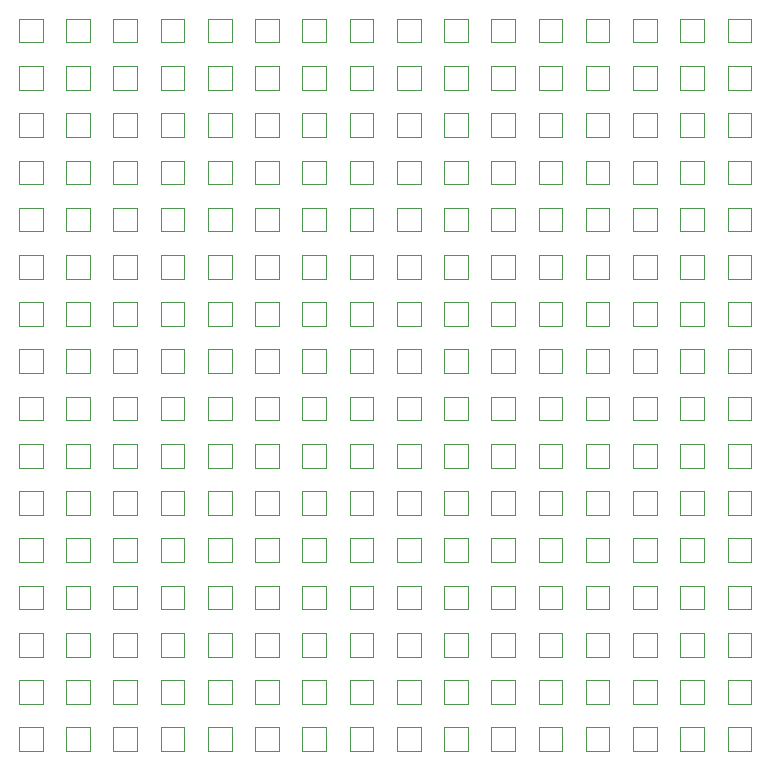
<source format=gbr>
G04 #@! TF.FileFunction,Legend,Top*
%FSLAX46Y46*%
G04 Gerber Fmt 4.6, Leading zero omitted, Abs format (unit mm)*
G04 Created by KiCad (PCBNEW 4.0.4-stable) date 01/17/18 01:50:34*
%MOMM*%
%LPD*%
G01*
G04 APERTURE LIST*
%ADD10C,0.100000*%
G04 APERTURE END LIST*
D10*
X113500000Y-103500000D02*
X113500000Y-105500000D01*
X111500000Y-103500000D02*
X113500000Y-103500000D01*
X111500000Y-105500000D02*
X111500000Y-103500000D01*
X113500000Y-105500000D02*
X111500000Y-105500000D01*
X117500000Y-103500000D02*
X117500000Y-105500000D01*
X115500000Y-103500000D02*
X117500000Y-103500000D01*
X115500000Y-105500000D02*
X115500000Y-103500000D01*
X117500000Y-105500000D02*
X115500000Y-105500000D01*
X121500000Y-103500000D02*
X121500000Y-105500000D01*
X119500000Y-103500000D02*
X121500000Y-103500000D01*
X119500000Y-105500000D02*
X119500000Y-103500000D01*
X121500000Y-105500000D02*
X119500000Y-105500000D01*
X125500000Y-103500000D02*
X125500000Y-105500000D01*
X123500000Y-103500000D02*
X125500000Y-103500000D01*
X123500000Y-105500000D02*
X123500000Y-103500000D01*
X125500000Y-105500000D02*
X123500000Y-105500000D01*
X105500000Y-103500000D02*
X105500000Y-105500000D01*
X103500000Y-103500000D02*
X105500000Y-103500000D01*
X103500000Y-105500000D02*
X103500000Y-103500000D01*
X105500000Y-105500000D02*
X103500000Y-105500000D01*
X109500000Y-103500000D02*
X109500000Y-105500000D01*
X107500000Y-103500000D02*
X109500000Y-103500000D01*
X107500000Y-105500000D02*
X107500000Y-103500000D01*
X109500000Y-105500000D02*
X107500000Y-105500000D01*
X129500000Y-103500000D02*
X129500000Y-105500000D01*
X127500000Y-103500000D02*
X129500000Y-103500000D01*
X127500000Y-105500000D02*
X127500000Y-103500000D01*
X129500000Y-105500000D02*
X127500000Y-105500000D01*
X133500000Y-103500000D02*
X133500000Y-105500000D01*
X131500000Y-103500000D02*
X133500000Y-103500000D01*
X131500000Y-105500000D02*
X131500000Y-103500000D01*
X133500000Y-105500000D02*
X131500000Y-105500000D01*
X137500000Y-103500000D02*
X137500000Y-105500000D01*
X135500000Y-103500000D02*
X137500000Y-103500000D01*
X135500000Y-105500000D02*
X135500000Y-103500000D01*
X137500000Y-105500000D02*
X135500000Y-105500000D01*
X141500000Y-103500000D02*
X141500000Y-105500000D01*
X139500000Y-103500000D02*
X141500000Y-103500000D01*
X139500000Y-105500000D02*
X139500000Y-103500000D01*
X141500000Y-105500000D02*
X139500000Y-105500000D01*
X145500000Y-103500000D02*
X145500000Y-105500000D01*
X143500000Y-103500000D02*
X145500000Y-103500000D01*
X143500000Y-105500000D02*
X143500000Y-103500000D01*
X145500000Y-105500000D02*
X143500000Y-105500000D01*
X149500000Y-103500000D02*
X149500000Y-105500000D01*
X147500000Y-103500000D02*
X149500000Y-103500000D01*
X147500000Y-105500000D02*
X147500000Y-103500000D01*
X149500000Y-105500000D02*
X147500000Y-105500000D01*
X153500000Y-103500000D02*
X153500000Y-105500000D01*
X151500000Y-103500000D02*
X153500000Y-103500000D01*
X151500000Y-105500000D02*
X151500000Y-103500000D01*
X153500000Y-105500000D02*
X151500000Y-105500000D01*
X157500000Y-103500000D02*
X157500000Y-105500000D01*
X155500000Y-103500000D02*
X157500000Y-103500000D01*
X155500000Y-105500000D02*
X155500000Y-103500000D01*
X157500000Y-105500000D02*
X155500000Y-105500000D01*
X161500000Y-103500000D02*
X161500000Y-105500000D01*
X159500000Y-103500000D02*
X161500000Y-103500000D01*
X159500000Y-105500000D02*
X159500000Y-103500000D01*
X161500000Y-105500000D02*
X159500000Y-105500000D01*
X165500000Y-103500000D02*
X165500000Y-105500000D01*
X163500000Y-103500000D02*
X165500000Y-103500000D01*
X163500000Y-105500000D02*
X163500000Y-103500000D01*
X165500000Y-105500000D02*
X163500000Y-105500000D01*
X105500000Y-107500000D02*
X105500000Y-109500000D01*
X103500000Y-107500000D02*
X105500000Y-107500000D01*
X103500000Y-109500000D02*
X103500000Y-107500000D01*
X105500000Y-109500000D02*
X103500000Y-109500000D01*
X109500000Y-107500000D02*
X109500000Y-109500000D01*
X107500000Y-107500000D02*
X109500000Y-107500000D01*
X107500000Y-109500000D02*
X107500000Y-107500000D01*
X109500000Y-109500000D02*
X107500000Y-109500000D01*
X113500000Y-107500000D02*
X113500000Y-109500000D01*
X111500000Y-107500000D02*
X113500000Y-107500000D01*
X111500000Y-109500000D02*
X111500000Y-107500000D01*
X113500000Y-109500000D02*
X111500000Y-109500000D01*
X117500000Y-107500000D02*
X117500000Y-109500000D01*
X115500000Y-107500000D02*
X117500000Y-107500000D01*
X115500000Y-109500000D02*
X115500000Y-107500000D01*
X117500000Y-109500000D02*
X115500000Y-109500000D01*
X121500000Y-107500000D02*
X121500000Y-109500000D01*
X119500000Y-107500000D02*
X121500000Y-107500000D01*
X119500000Y-109500000D02*
X119500000Y-107500000D01*
X121500000Y-109500000D02*
X119500000Y-109500000D01*
X125500000Y-107500000D02*
X125500000Y-109500000D01*
X123500000Y-107500000D02*
X125500000Y-107500000D01*
X123500000Y-109500000D02*
X123500000Y-107500000D01*
X125500000Y-109500000D02*
X123500000Y-109500000D01*
X129500000Y-107500000D02*
X129500000Y-109500000D01*
X127500000Y-107500000D02*
X129500000Y-107500000D01*
X127500000Y-109500000D02*
X127500000Y-107500000D01*
X129500000Y-109500000D02*
X127500000Y-109500000D01*
X133500000Y-107500000D02*
X133500000Y-109500000D01*
X131500000Y-107500000D02*
X133500000Y-107500000D01*
X131500000Y-109500000D02*
X131500000Y-107500000D01*
X133500000Y-109500000D02*
X131500000Y-109500000D01*
X137500000Y-107500000D02*
X137500000Y-109500000D01*
X135500000Y-107500000D02*
X137500000Y-107500000D01*
X135500000Y-109500000D02*
X135500000Y-107500000D01*
X137500000Y-109500000D02*
X135500000Y-109500000D01*
X141500000Y-107500000D02*
X141500000Y-109500000D01*
X139500000Y-107500000D02*
X141500000Y-107500000D01*
X139500000Y-109500000D02*
X139500000Y-107500000D01*
X141500000Y-109500000D02*
X139500000Y-109500000D01*
X145500000Y-107500000D02*
X145500000Y-109500000D01*
X143500000Y-107500000D02*
X145500000Y-107500000D01*
X143500000Y-109500000D02*
X143500000Y-107500000D01*
X145500000Y-109500000D02*
X143500000Y-109500000D01*
X149500000Y-107500000D02*
X149500000Y-109500000D01*
X147500000Y-107500000D02*
X149500000Y-107500000D01*
X147500000Y-109500000D02*
X147500000Y-107500000D01*
X149500000Y-109500000D02*
X147500000Y-109500000D01*
X153500000Y-107500000D02*
X153500000Y-109500000D01*
X151500000Y-107500000D02*
X153500000Y-107500000D01*
X151500000Y-109500000D02*
X151500000Y-107500000D01*
X153500000Y-109500000D02*
X151500000Y-109500000D01*
X157500000Y-107500000D02*
X157500000Y-109500000D01*
X155500000Y-107500000D02*
X157500000Y-107500000D01*
X155500000Y-109500000D02*
X155500000Y-107500000D01*
X157500000Y-109500000D02*
X155500000Y-109500000D01*
X161500000Y-107500000D02*
X161500000Y-109500000D01*
X159500000Y-107500000D02*
X161500000Y-107500000D01*
X159500000Y-109500000D02*
X159500000Y-107500000D01*
X161500000Y-109500000D02*
X159500000Y-109500000D01*
X165500000Y-107500000D02*
X165500000Y-109500000D01*
X163500000Y-107500000D02*
X165500000Y-107500000D01*
X163500000Y-109500000D02*
X163500000Y-107500000D01*
X165500000Y-109500000D02*
X163500000Y-109500000D01*
X105500000Y-111500000D02*
X105500000Y-113500000D01*
X103500000Y-111500000D02*
X105500000Y-111500000D01*
X103500000Y-113500000D02*
X103500000Y-111500000D01*
X105500000Y-113500000D02*
X103500000Y-113500000D01*
X109500000Y-111500000D02*
X109500000Y-113500000D01*
X107500000Y-111500000D02*
X109500000Y-111500000D01*
X107500000Y-113500000D02*
X107500000Y-111500000D01*
X109500000Y-113500000D02*
X107500000Y-113500000D01*
X113500000Y-111500000D02*
X113500000Y-113500000D01*
X111500000Y-111500000D02*
X113500000Y-111500000D01*
X111500000Y-113500000D02*
X111500000Y-111500000D01*
X113500000Y-113500000D02*
X111500000Y-113500000D01*
X117500000Y-111500000D02*
X117500000Y-113500000D01*
X115500000Y-111500000D02*
X117500000Y-111500000D01*
X115500000Y-113500000D02*
X115500000Y-111500000D01*
X117500000Y-113500000D02*
X115500000Y-113500000D01*
X121500000Y-111500000D02*
X121500000Y-113500000D01*
X119500000Y-111500000D02*
X121500000Y-111500000D01*
X119500000Y-113500000D02*
X119500000Y-111500000D01*
X121500000Y-113500000D02*
X119500000Y-113500000D01*
X125500000Y-111500000D02*
X125500000Y-113500000D01*
X123500000Y-111500000D02*
X125500000Y-111500000D01*
X123500000Y-113500000D02*
X123500000Y-111500000D01*
X125500000Y-113500000D02*
X123500000Y-113500000D01*
X129500000Y-111500000D02*
X129500000Y-113500000D01*
X127500000Y-111500000D02*
X129500000Y-111500000D01*
X127500000Y-113500000D02*
X127500000Y-111500000D01*
X129500000Y-113500000D02*
X127500000Y-113500000D01*
X133500000Y-111500000D02*
X133500000Y-113500000D01*
X131500000Y-111500000D02*
X133500000Y-111500000D01*
X131500000Y-113500000D02*
X131500000Y-111500000D01*
X133500000Y-113500000D02*
X131500000Y-113500000D01*
X137500000Y-111500000D02*
X137500000Y-113500000D01*
X135500000Y-111500000D02*
X137500000Y-111500000D01*
X135500000Y-113500000D02*
X135500000Y-111500000D01*
X137500000Y-113500000D02*
X135500000Y-113500000D01*
X141500000Y-111500000D02*
X141500000Y-113500000D01*
X139500000Y-111500000D02*
X141500000Y-111500000D01*
X139500000Y-113500000D02*
X139500000Y-111500000D01*
X141500000Y-113500000D02*
X139500000Y-113500000D01*
X145500000Y-111500000D02*
X145500000Y-113500000D01*
X143500000Y-111500000D02*
X145500000Y-111500000D01*
X143500000Y-113500000D02*
X143500000Y-111500000D01*
X145500000Y-113500000D02*
X143500000Y-113500000D01*
X149500000Y-111500000D02*
X149500000Y-113500000D01*
X147500000Y-111500000D02*
X149500000Y-111500000D01*
X147500000Y-113500000D02*
X147500000Y-111500000D01*
X149500000Y-113500000D02*
X147500000Y-113500000D01*
X153500000Y-111500000D02*
X153500000Y-113500000D01*
X151500000Y-111500000D02*
X153500000Y-111500000D01*
X151500000Y-113500000D02*
X151500000Y-111500000D01*
X153500000Y-113500000D02*
X151500000Y-113500000D01*
X157500000Y-111500000D02*
X157500000Y-113500000D01*
X155500000Y-111500000D02*
X157500000Y-111500000D01*
X155500000Y-113500000D02*
X155500000Y-111500000D01*
X157500000Y-113500000D02*
X155500000Y-113500000D01*
X161500000Y-111500000D02*
X161500000Y-113500000D01*
X159500000Y-111500000D02*
X161500000Y-111500000D01*
X159500000Y-113500000D02*
X159500000Y-111500000D01*
X161500000Y-113500000D02*
X159500000Y-113500000D01*
X165500000Y-111500000D02*
X165500000Y-113500000D01*
X163500000Y-111500000D02*
X165500000Y-111500000D01*
X163500000Y-113500000D02*
X163500000Y-111500000D01*
X165500000Y-113500000D02*
X163500000Y-113500000D01*
X105500000Y-115500000D02*
X105500000Y-117500000D01*
X103500000Y-115500000D02*
X105500000Y-115500000D01*
X103500000Y-117500000D02*
X103500000Y-115500000D01*
X105500000Y-117500000D02*
X103500000Y-117500000D01*
X109500000Y-115500000D02*
X109500000Y-117500000D01*
X107500000Y-115500000D02*
X109500000Y-115500000D01*
X107500000Y-117500000D02*
X107500000Y-115500000D01*
X109500000Y-117500000D02*
X107500000Y-117500000D01*
X113500000Y-115500000D02*
X113500000Y-117500000D01*
X111500000Y-115500000D02*
X113500000Y-115500000D01*
X111500000Y-117500000D02*
X111500000Y-115500000D01*
X113500000Y-117500000D02*
X111500000Y-117500000D01*
X117500000Y-115500000D02*
X117500000Y-117500000D01*
X115500000Y-115500000D02*
X117500000Y-115500000D01*
X115500000Y-117500000D02*
X115500000Y-115500000D01*
X117500000Y-117500000D02*
X115500000Y-117500000D01*
X121500000Y-115500000D02*
X121500000Y-117500000D01*
X119500000Y-115500000D02*
X121500000Y-115500000D01*
X119500000Y-117500000D02*
X119500000Y-115500000D01*
X121500000Y-117500000D02*
X119500000Y-117500000D01*
X125500000Y-115500000D02*
X125500000Y-117500000D01*
X123500000Y-115500000D02*
X125500000Y-115500000D01*
X123500000Y-117500000D02*
X123500000Y-115500000D01*
X125500000Y-117500000D02*
X123500000Y-117500000D01*
X129500000Y-115500000D02*
X129500000Y-117500000D01*
X127500000Y-115500000D02*
X129500000Y-115500000D01*
X127500000Y-117500000D02*
X127500000Y-115500000D01*
X129500000Y-117500000D02*
X127500000Y-117500000D01*
X133500000Y-115500000D02*
X133500000Y-117500000D01*
X131500000Y-115500000D02*
X133500000Y-115500000D01*
X131500000Y-117500000D02*
X131500000Y-115500000D01*
X133500000Y-117500000D02*
X131500000Y-117500000D01*
X137500000Y-115500000D02*
X137500000Y-117500000D01*
X135500000Y-115500000D02*
X137500000Y-115500000D01*
X135500000Y-117500000D02*
X135500000Y-115500000D01*
X137500000Y-117500000D02*
X135500000Y-117500000D01*
X141500000Y-115500000D02*
X141500000Y-117500000D01*
X139500000Y-115500000D02*
X141500000Y-115500000D01*
X139500000Y-117500000D02*
X139500000Y-115500000D01*
X141500000Y-117500000D02*
X139500000Y-117500000D01*
X145500000Y-115500000D02*
X145500000Y-117500000D01*
X143500000Y-115500000D02*
X145500000Y-115500000D01*
X143500000Y-117500000D02*
X143500000Y-115500000D01*
X145500000Y-117500000D02*
X143500000Y-117500000D01*
X149500000Y-115500000D02*
X149500000Y-117500000D01*
X147500000Y-115500000D02*
X149500000Y-115500000D01*
X147500000Y-117500000D02*
X147500000Y-115500000D01*
X149500000Y-117500000D02*
X147500000Y-117500000D01*
X153500000Y-115500000D02*
X153500000Y-117500000D01*
X151500000Y-115500000D02*
X153500000Y-115500000D01*
X151500000Y-117500000D02*
X151500000Y-115500000D01*
X153500000Y-117500000D02*
X151500000Y-117500000D01*
X157500000Y-115500000D02*
X157500000Y-117500000D01*
X155500000Y-115500000D02*
X157500000Y-115500000D01*
X155500000Y-117500000D02*
X155500000Y-115500000D01*
X157500000Y-117500000D02*
X155500000Y-117500000D01*
X161500000Y-115500000D02*
X161500000Y-117500000D01*
X159500000Y-115500000D02*
X161500000Y-115500000D01*
X159500000Y-117500000D02*
X159500000Y-115500000D01*
X161500000Y-117500000D02*
X159500000Y-117500000D01*
X165500000Y-115500000D02*
X165500000Y-117500000D01*
X163500000Y-115500000D02*
X165500000Y-115500000D01*
X163500000Y-117500000D02*
X163500000Y-115500000D01*
X165500000Y-117500000D02*
X163500000Y-117500000D01*
X105500000Y-119500000D02*
X105500000Y-121500000D01*
X103500000Y-119500000D02*
X105500000Y-119500000D01*
X103500000Y-121500000D02*
X103500000Y-119500000D01*
X105500000Y-121500000D02*
X103500000Y-121500000D01*
X109500000Y-119500000D02*
X109500000Y-121500000D01*
X107500000Y-119500000D02*
X109500000Y-119500000D01*
X107500000Y-121500000D02*
X107500000Y-119500000D01*
X109500000Y-121500000D02*
X107500000Y-121500000D01*
X113500000Y-119500000D02*
X113500000Y-121500000D01*
X111500000Y-119500000D02*
X113500000Y-119500000D01*
X111500000Y-121500000D02*
X111500000Y-119500000D01*
X113500000Y-121500000D02*
X111500000Y-121500000D01*
X117500000Y-119500000D02*
X117500000Y-121500000D01*
X115500000Y-119500000D02*
X117500000Y-119500000D01*
X115500000Y-121500000D02*
X115500000Y-119500000D01*
X117500000Y-121500000D02*
X115500000Y-121500000D01*
X121500000Y-119500000D02*
X121500000Y-121500000D01*
X119500000Y-119500000D02*
X121500000Y-119500000D01*
X119500000Y-121500000D02*
X119500000Y-119500000D01*
X121500000Y-121500000D02*
X119500000Y-121500000D01*
X125500000Y-119500000D02*
X125500000Y-121500000D01*
X123500000Y-119500000D02*
X125500000Y-119500000D01*
X123500000Y-121500000D02*
X123500000Y-119500000D01*
X125500000Y-121500000D02*
X123500000Y-121500000D01*
X129500000Y-119500000D02*
X129500000Y-121500000D01*
X127500000Y-119500000D02*
X129500000Y-119500000D01*
X127500000Y-121500000D02*
X127500000Y-119500000D01*
X129500000Y-121500000D02*
X127500000Y-121500000D01*
X133500000Y-119500000D02*
X133500000Y-121500000D01*
X131500000Y-119500000D02*
X133500000Y-119500000D01*
X131500000Y-121500000D02*
X131500000Y-119500000D01*
X133500000Y-121500000D02*
X131500000Y-121500000D01*
X137500000Y-119500000D02*
X137500000Y-121500000D01*
X135500000Y-119500000D02*
X137500000Y-119500000D01*
X135500000Y-121500000D02*
X135500000Y-119500000D01*
X137500000Y-121500000D02*
X135500000Y-121500000D01*
X141500000Y-119500000D02*
X141500000Y-121500000D01*
X139500000Y-119500000D02*
X141500000Y-119500000D01*
X139500000Y-121500000D02*
X139500000Y-119500000D01*
X141500000Y-121500000D02*
X139500000Y-121500000D01*
X145500000Y-119500000D02*
X145500000Y-121500000D01*
X143500000Y-119500000D02*
X145500000Y-119500000D01*
X143500000Y-121500000D02*
X143500000Y-119500000D01*
X145500000Y-121500000D02*
X143500000Y-121500000D01*
X149500000Y-119500000D02*
X149500000Y-121500000D01*
X147500000Y-119500000D02*
X149500000Y-119500000D01*
X147500000Y-121500000D02*
X147500000Y-119500000D01*
X149500000Y-121500000D02*
X147500000Y-121500000D01*
X153500000Y-119500000D02*
X153500000Y-121500000D01*
X151500000Y-119500000D02*
X153500000Y-119500000D01*
X151500000Y-121500000D02*
X151500000Y-119500000D01*
X153500000Y-121500000D02*
X151500000Y-121500000D01*
X157500000Y-119500000D02*
X157500000Y-121500000D01*
X155500000Y-119500000D02*
X157500000Y-119500000D01*
X155500000Y-121500000D02*
X155500000Y-119500000D01*
X157500000Y-121500000D02*
X155500000Y-121500000D01*
X161500000Y-119500000D02*
X161500000Y-121500000D01*
X159500000Y-119500000D02*
X161500000Y-119500000D01*
X159500000Y-121500000D02*
X159500000Y-119500000D01*
X161500000Y-121500000D02*
X159500000Y-121500000D01*
X165500000Y-119500000D02*
X165500000Y-121500000D01*
X163500000Y-119500000D02*
X165500000Y-119500000D01*
X163500000Y-121500000D02*
X163500000Y-119500000D01*
X165500000Y-121500000D02*
X163500000Y-121500000D01*
X105500000Y-123500000D02*
X105500000Y-125500000D01*
X103500000Y-123500000D02*
X105500000Y-123500000D01*
X103500000Y-125500000D02*
X103500000Y-123500000D01*
X105500000Y-125500000D02*
X103500000Y-125500000D01*
X109500000Y-123500000D02*
X109500000Y-125500000D01*
X107500000Y-123500000D02*
X109500000Y-123500000D01*
X107500000Y-125500000D02*
X107500000Y-123500000D01*
X109500000Y-125500000D02*
X107500000Y-125500000D01*
X113500000Y-123500000D02*
X113500000Y-125500000D01*
X111500000Y-123500000D02*
X113500000Y-123500000D01*
X111500000Y-125500000D02*
X111500000Y-123500000D01*
X113500000Y-125500000D02*
X111500000Y-125500000D01*
X117500000Y-123500000D02*
X117500000Y-125500000D01*
X115500000Y-123500000D02*
X117500000Y-123500000D01*
X115500000Y-125500000D02*
X115500000Y-123500000D01*
X117500000Y-125500000D02*
X115500000Y-125500000D01*
X121500000Y-123500000D02*
X121500000Y-125500000D01*
X119500000Y-123500000D02*
X121500000Y-123500000D01*
X119500000Y-125500000D02*
X119500000Y-123500000D01*
X121500000Y-125500000D02*
X119500000Y-125500000D01*
X125500000Y-123500000D02*
X125500000Y-125500000D01*
X123500000Y-123500000D02*
X125500000Y-123500000D01*
X123500000Y-125500000D02*
X123500000Y-123500000D01*
X125500000Y-125500000D02*
X123500000Y-125500000D01*
X129500000Y-123500000D02*
X129500000Y-125500000D01*
X127500000Y-123500000D02*
X129500000Y-123500000D01*
X127500000Y-125500000D02*
X127500000Y-123500000D01*
X129500000Y-125500000D02*
X127500000Y-125500000D01*
X133500000Y-123500000D02*
X133500000Y-125500000D01*
X131500000Y-123500000D02*
X133500000Y-123500000D01*
X131500000Y-125500000D02*
X131500000Y-123500000D01*
X133500000Y-125500000D02*
X131500000Y-125500000D01*
X137500000Y-123500000D02*
X137500000Y-125500000D01*
X135500000Y-123500000D02*
X137500000Y-123500000D01*
X135500000Y-125500000D02*
X135500000Y-123500000D01*
X137500000Y-125500000D02*
X135500000Y-125500000D01*
X141500000Y-123500000D02*
X141500000Y-125500000D01*
X139500000Y-123500000D02*
X141500000Y-123500000D01*
X139500000Y-125500000D02*
X139500000Y-123500000D01*
X141500000Y-125500000D02*
X139500000Y-125500000D01*
X145500000Y-123500000D02*
X145500000Y-125500000D01*
X143500000Y-123500000D02*
X145500000Y-123500000D01*
X143500000Y-125500000D02*
X143500000Y-123500000D01*
X145500000Y-125500000D02*
X143500000Y-125500000D01*
X149500000Y-123500000D02*
X149500000Y-125500000D01*
X147500000Y-123500000D02*
X149500000Y-123500000D01*
X147500000Y-125500000D02*
X147500000Y-123500000D01*
X149500000Y-125500000D02*
X147500000Y-125500000D01*
X153500000Y-123500000D02*
X153500000Y-125500000D01*
X151500000Y-123500000D02*
X153500000Y-123500000D01*
X151500000Y-125500000D02*
X151500000Y-123500000D01*
X153500000Y-125500000D02*
X151500000Y-125500000D01*
X157500000Y-123500000D02*
X157500000Y-125500000D01*
X155500000Y-123500000D02*
X157500000Y-123500000D01*
X155500000Y-125500000D02*
X155500000Y-123500000D01*
X157500000Y-125500000D02*
X155500000Y-125500000D01*
X161500000Y-123500000D02*
X161500000Y-125500000D01*
X159500000Y-123500000D02*
X161500000Y-123500000D01*
X159500000Y-125500000D02*
X159500000Y-123500000D01*
X161500000Y-125500000D02*
X159500000Y-125500000D01*
X165500000Y-123500000D02*
X165500000Y-125500000D01*
X163500000Y-123500000D02*
X165500000Y-123500000D01*
X163500000Y-125500000D02*
X163500000Y-123500000D01*
X165500000Y-125500000D02*
X163500000Y-125500000D01*
X105500000Y-127500000D02*
X105500000Y-129500000D01*
X103500000Y-127500000D02*
X105500000Y-127500000D01*
X103500000Y-129500000D02*
X103500000Y-127500000D01*
X105500000Y-129500000D02*
X103500000Y-129500000D01*
X109500000Y-127500000D02*
X109500000Y-129500000D01*
X107500000Y-127500000D02*
X109500000Y-127500000D01*
X107500000Y-129500000D02*
X107500000Y-127500000D01*
X109500000Y-129500000D02*
X107500000Y-129500000D01*
X113500000Y-127500000D02*
X113500000Y-129500000D01*
X111500000Y-127500000D02*
X113500000Y-127500000D01*
X111500000Y-129500000D02*
X111500000Y-127500000D01*
X113500000Y-129500000D02*
X111500000Y-129500000D01*
X117500000Y-127500000D02*
X117500000Y-129500000D01*
X115500000Y-127500000D02*
X117500000Y-127500000D01*
X115500000Y-129500000D02*
X115500000Y-127500000D01*
X117500000Y-129500000D02*
X115500000Y-129500000D01*
X121500000Y-127500000D02*
X121500000Y-129500000D01*
X119500000Y-127500000D02*
X121500000Y-127500000D01*
X119500000Y-129500000D02*
X119500000Y-127500000D01*
X121500000Y-129500000D02*
X119500000Y-129500000D01*
X125500000Y-127500000D02*
X125500000Y-129500000D01*
X123500000Y-127500000D02*
X125500000Y-127500000D01*
X123500000Y-129500000D02*
X123500000Y-127500000D01*
X125500000Y-129500000D02*
X123500000Y-129500000D01*
X129500000Y-127500000D02*
X129500000Y-129500000D01*
X127500000Y-127500000D02*
X129500000Y-127500000D01*
X127500000Y-129500000D02*
X127500000Y-127500000D01*
X129500000Y-129500000D02*
X127500000Y-129500000D01*
X133500000Y-127500000D02*
X133500000Y-129500000D01*
X131500000Y-127500000D02*
X133500000Y-127500000D01*
X131500000Y-129500000D02*
X131500000Y-127500000D01*
X133500000Y-129500000D02*
X131500000Y-129500000D01*
X137500000Y-127500000D02*
X137500000Y-129500000D01*
X135500000Y-127500000D02*
X137500000Y-127500000D01*
X135500000Y-129500000D02*
X135500000Y-127500000D01*
X137500000Y-129500000D02*
X135500000Y-129500000D01*
X141500000Y-127500000D02*
X141500000Y-129500000D01*
X139500000Y-127500000D02*
X141500000Y-127500000D01*
X139500000Y-129500000D02*
X139500000Y-127500000D01*
X141500000Y-129500000D02*
X139500000Y-129500000D01*
X145500000Y-127500000D02*
X145500000Y-129500000D01*
X143500000Y-127500000D02*
X145500000Y-127500000D01*
X143500000Y-129500000D02*
X143500000Y-127500000D01*
X145500000Y-129500000D02*
X143500000Y-129500000D01*
X149500000Y-127500000D02*
X149500000Y-129500000D01*
X147500000Y-127500000D02*
X149500000Y-127500000D01*
X147500000Y-129500000D02*
X147500000Y-127500000D01*
X149500000Y-129500000D02*
X147500000Y-129500000D01*
X153500000Y-127500000D02*
X153500000Y-129500000D01*
X151500000Y-127500000D02*
X153500000Y-127500000D01*
X151500000Y-129500000D02*
X151500000Y-127500000D01*
X153500000Y-129500000D02*
X151500000Y-129500000D01*
X157500000Y-127500000D02*
X157500000Y-129500000D01*
X155500000Y-127500000D02*
X157500000Y-127500000D01*
X155500000Y-129500000D02*
X155500000Y-127500000D01*
X157500000Y-129500000D02*
X155500000Y-129500000D01*
X161500000Y-127500000D02*
X161500000Y-129500000D01*
X159500000Y-127500000D02*
X161500000Y-127500000D01*
X159500000Y-129500000D02*
X159500000Y-127500000D01*
X161500000Y-129500000D02*
X159500000Y-129500000D01*
X165500000Y-127500000D02*
X165500000Y-129500000D01*
X163500000Y-127500000D02*
X165500000Y-127500000D01*
X163500000Y-129500000D02*
X163500000Y-127500000D01*
X165500000Y-129500000D02*
X163500000Y-129500000D01*
X105500000Y-131500000D02*
X105500000Y-133500000D01*
X103500000Y-131500000D02*
X105500000Y-131500000D01*
X103500000Y-133500000D02*
X103500000Y-131500000D01*
X105500000Y-133500000D02*
X103500000Y-133500000D01*
X109500000Y-131500000D02*
X109500000Y-133500000D01*
X107500000Y-131500000D02*
X109500000Y-131500000D01*
X107500000Y-133500000D02*
X107500000Y-131500000D01*
X109500000Y-133500000D02*
X107500000Y-133500000D01*
X113500000Y-131500000D02*
X113500000Y-133500000D01*
X111500000Y-131500000D02*
X113500000Y-131500000D01*
X111500000Y-133500000D02*
X111500000Y-131500000D01*
X113500000Y-133500000D02*
X111500000Y-133500000D01*
X117500000Y-131500000D02*
X117500000Y-133500000D01*
X115500000Y-131500000D02*
X117500000Y-131500000D01*
X115500000Y-133500000D02*
X115500000Y-131500000D01*
X117500000Y-133500000D02*
X115500000Y-133500000D01*
X121500000Y-131500000D02*
X121500000Y-133500000D01*
X119500000Y-131500000D02*
X121500000Y-131500000D01*
X119500000Y-133500000D02*
X119500000Y-131500000D01*
X121500000Y-133500000D02*
X119500000Y-133500000D01*
X125500000Y-131500000D02*
X125500000Y-133500000D01*
X123500000Y-131500000D02*
X125500000Y-131500000D01*
X123500000Y-133500000D02*
X123500000Y-131500000D01*
X125500000Y-133500000D02*
X123500000Y-133500000D01*
X129500000Y-131500000D02*
X129500000Y-133500000D01*
X127500000Y-131500000D02*
X129500000Y-131500000D01*
X127500000Y-133500000D02*
X127500000Y-131500000D01*
X129500000Y-133500000D02*
X127500000Y-133500000D01*
X133500000Y-131500000D02*
X133500000Y-133500000D01*
X131500000Y-131500000D02*
X133500000Y-131500000D01*
X131500000Y-133500000D02*
X131500000Y-131500000D01*
X133500000Y-133500000D02*
X131500000Y-133500000D01*
X137500000Y-131500000D02*
X137500000Y-133500000D01*
X135500000Y-131500000D02*
X137500000Y-131500000D01*
X135500000Y-133500000D02*
X135500000Y-131500000D01*
X137500000Y-133500000D02*
X135500000Y-133500000D01*
X141500000Y-131500000D02*
X141500000Y-133500000D01*
X139500000Y-131500000D02*
X141500000Y-131500000D01*
X139500000Y-133500000D02*
X139500000Y-131500000D01*
X141500000Y-133500000D02*
X139500000Y-133500000D01*
X145500000Y-131500000D02*
X145500000Y-133500000D01*
X143500000Y-131500000D02*
X145500000Y-131500000D01*
X143500000Y-133500000D02*
X143500000Y-131500000D01*
X145500000Y-133500000D02*
X143500000Y-133500000D01*
X149500000Y-131500000D02*
X149500000Y-133500000D01*
X147500000Y-131500000D02*
X149500000Y-131500000D01*
X147500000Y-133500000D02*
X147500000Y-131500000D01*
X149500000Y-133500000D02*
X147500000Y-133500000D01*
X153500000Y-131500000D02*
X153500000Y-133500000D01*
X151500000Y-131500000D02*
X153500000Y-131500000D01*
X151500000Y-133500000D02*
X151500000Y-131500000D01*
X153500000Y-133500000D02*
X151500000Y-133500000D01*
X157500000Y-131500000D02*
X157500000Y-133500000D01*
X155500000Y-131500000D02*
X157500000Y-131500000D01*
X155500000Y-133500000D02*
X155500000Y-131500000D01*
X157500000Y-133500000D02*
X155500000Y-133500000D01*
X161500000Y-131500000D02*
X161500000Y-133500000D01*
X159500000Y-131500000D02*
X161500000Y-131500000D01*
X159500000Y-133500000D02*
X159500000Y-131500000D01*
X161500000Y-133500000D02*
X159500000Y-133500000D01*
X165500000Y-131500000D02*
X165500000Y-133500000D01*
X163500000Y-131500000D02*
X165500000Y-131500000D01*
X163500000Y-133500000D02*
X163500000Y-131500000D01*
X165500000Y-133500000D02*
X163500000Y-133500000D01*
X105500000Y-135500000D02*
X105500000Y-137500000D01*
X103500000Y-135500000D02*
X105500000Y-135500000D01*
X103500000Y-137500000D02*
X103500000Y-135500000D01*
X105500000Y-137500000D02*
X103500000Y-137500000D01*
X109500000Y-135500000D02*
X109500000Y-137500000D01*
X107500000Y-135500000D02*
X109500000Y-135500000D01*
X107500000Y-137500000D02*
X107500000Y-135500000D01*
X109500000Y-137500000D02*
X107500000Y-137500000D01*
X113500000Y-135500000D02*
X113500000Y-137500000D01*
X111500000Y-135500000D02*
X113500000Y-135500000D01*
X111500000Y-137500000D02*
X111500000Y-135500000D01*
X113500000Y-137500000D02*
X111500000Y-137500000D01*
X117500000Y-135500000D02*
X117500000Y-137500000D01*
X115500000Y-135500000D02*
X117500000Y-135500000D01*
X115500000Y-137500000D02*
X115500000Y-135500000D01*
X117500000Y-137500000D02*
X115500000Y-137500000D01*
X121500000Y-135500000D02*
X121500000Y-137500000D01*
X119500000Y-135500000D02*
X121500000Y-135500000D01*
X119500000Y-137500000D02*
X119500000Y-135500000D01*
X121500000Y-137500000D02*
X119500000Y-137500000D01*
X125500000Y-135500000D02*
X125500000Y-137500000D01*
X123500000Y-135500000D02*
X125500000Y-135500000D01*
X123500000Y-137500000D02*
X123500000Y-135500000D01*
X125500000Y-137500000D02*
X123500000Y-137500000D01*
X129500000Y-135500000D02*
X129500000Y-137500000D01*
X127500000Y-135500000D02*
X129500000Y-135500000D01*
X127500000Y-137500000D02*
X127500000Y-135500000D01*
X129500000Y-137500000D02*
X127500000Y-137500000D01*
X133500000Y-135500000D02*
X133500000Y-137500000D01*
X131500000Y-135500000D02*
X133500000Y-135500000D01*
X131500000Y-137500000D02*
X131500000Y-135500000D01*
X133500000Y-137500000D02*
X131500000Y-137500000D01*
X137500000Y-135500000D02*
X137500000Y-137500000D01*
X135500000Y-135500000D02*
X137500000Y-135500000D01*
X135500000Y-137500000D02*
X135500000Y-135500000D01*
X137500000Y-137500000D02*
X135500000Y-137500000D01*
X141500000Y-135500000D02*
X141500000Y-137500000D01*
X139500000Y-135500000D02*
X141500000Y-135500000D01*
X139500000Y-137500000D02*
X139500000Y-135500000D01*
X141500000Y-137500000D02*
X139500000Y-137500000D01*
X145500000Y-135500000D02*
X145500000Y-137500000D01*
X143500000Y-135500000D02*
X145500000Y-135500000D01*
X143500000Y-137500000D02*
X143500000Y-135500000D01*
X145500000Y-137500000D02*
X143500000Y-137500000D01*
X149500000Y-135500000D02*
X149500000Y-137500000D01*
X147500000Y-135500000D02*
X149500000Y-135500000D01*
X147500000Y-137500000D02*
X147500000Y-135500000D01*
X149500000Y-137500000D02*
X147500000Y-137500000D01*
X153500000Y-135500000D02*
X153500000Y-137500000D01*
X151500000Y-135500000D02*
X153500000Y-135500000D01*
X151500000Y-137500000D02*
X151500000Y-135500000D01*
X153500000Y-137500000D02*
X151500000Y-137500000D01*
X157500000Y-135500000D02*
X157500000Y-137500000D01*
X155500000Y-135500000D02*
X157500000Y-135500000D01*
X155500000Y-137500000D02*
X155500000Y-135500000D01*
X157500000Y-137500000D02*
X155500000Y-137500000D01*
X161500000Y-135500000D02*
X161500000Y-137500000D01*
X159500000Y-135500000D02*
X161500000Y-135500000D01*
X159500000Y-137500000D02*
X159500000Y-135500000D01*
X161500000Y-137500000D02*
X159500000Y-137500000D01*
X165500000Y-135500000D02*
X165500000Y-137500000D01*
X163500000Y-135500000D02*
X165500000Y-135500000D01*
X163500000Y-137500000D02*
X163500000Y-135500000D01*
X165500000Y-137500000D02*
X163500000Y-137500000D01*
X105500000Y-139500000D02*
X105500000Y-141500000D01*
X103500000Y-139500000D02*
X105500000Y-139500000D01*
X103500000Y-141500000D02*
X103500000Y-139500000D01*
X105500000Y-141500000D02*
X103500000Y-141500000D01*
X109500000Y-139500000D02*
X109500000Y-141500000D01*
X107500000Y-139500000D02*
X109500000Y-139500000D01*
X107500000Y-141500000D02*
X107500000Y-139500000D01*
X109500000Y-141500000D02*
X107500000Y-141500000D01*
X113500000Y-139500000D02*
X113500000Y-141500000D01*
X111500000Y-139500000D02*
X113500000Y-139500000D01*
X111500000Y-141500000D02*
X111500000Y-139500000D01*
X113500000Y-141500000D02*
X111500000Y-141500000D01*
X117500000Y-139500000D02*
X117500000Y-141500000D01*
X115500000Y-139500000D02*
X117500000Y-139500000D01*
X115500000Y-141500000D02*
X115500000Y-139500000D01*
X117500000Y-141500000D02*
X115500000Y-141500000D01*
X121500000Y-139500000D02*
X121500000Y-141500000D01*
X119500000Y-139500000D02*
X121500000Y-139500000D01*
X119500000Y-141500000D02*
X119500000Y-139500000D01*
X121500000Y-141500000D02*
X119500000Y-141500000D01*
X125500000Y-139500000D02*
X125500000Y-141500000D01*
X123500000Y-139500000D02*
X125500000Y-139500000D01*
X123500000Y-141500000D02*
X123500000Y-139500000D01*
X125500000Y-141500000D02*
X123500000Y-141500000D01*
X129500000Y-139500000D02*
X129500000Y-141500000D01*
X127500000Y-139500000D02*
X129500000Y-139500000D01*
X127500000Y-141500000D02*
X127500000Y-139500000D01*
X129500000Y-141500000D02*
X127500000Y-141500000D01*
X133500000Y-139500000D02*
X133500000Y-141500000D01*
X131500000Y-139500000D02*
X133500000Y-139500000D01*
X131500000Y-141500000D02*
X131500000Y-139500000D01*
X133500000Y-141500000D02*
X131500000Y-141500000D01*
X137500000Y-139500000D02*
X137500000Y-141500000D01*
X135500000Y-139500000D02*
X137500000Y-139500000D01*
X135500000Y-141500000D02*
X135500000Y-139500000D01*
X137500000Y-141500000D02*
X135500000Y-141500000D01*
X141500000Y-139500000D02*
X141500000Y-141500000D01*
X139500000Y-139500000D02*
X141500000Y-139500000D01*
X139500000Y-141500000D02*
X139500000Y-139500000D01*
X141500000Y-141500000D02*
X139500000Y-141500000D01*
X145500000Y-139500000D02*
X145500000Y-141500000D01*
X143500000Y-139500000D02*
X145500000Y-139500000D01*
X143500000Y-141500000D02*
X143500000Y-139500000D01*
X145500000Y-141500000D02*
X143500000Y-141500000D01*
X149500000Y-139500000D02*
X149500000Y-141500000D01*
X147500000Y-139500000D02*
X149500000Y-139500000D01*
X147500000Y-141500000D02*
X147500000Y-139500000D01*
X149500000Y-141500000D02*
X147500000Y-141500000D01*
X153500000Y-139500000D02*
X153500000Y-141500000D01*
X151500000Y-139500000D02*
X153500000Y-139500000D01*
X151500000Y-141500000D02*
X151500000Y-139500000D01*
X153500000Y-141500000D02*
X151500000Y-141500000D01*
X157500000Y-139500000D02*
X157500000Y-141500000D01*
X155500000Y-139500000D02*
X157500000Y-139500000D01*
X155500000Y-141500000D02*
X155500000Y-139500000D01*
X157500000Y-141500000D02*
X155500000Y-141500000D01*
X161500000Y-139500000D02*
X161500000Y-141500000D01*
X159500000Y-139500000D02*
X161500000Y-139500000D01*
X159500000Y-141500000D02*
X159500000Y-139500000D01*
X161500000Y-141500000D02*
X159500000Y-141500000D01*
X165500000Y-139500000D02*
X165500000Y-141500000D01*
X163500000Y-139500000D02*
X165500000Y-139500000D01*
X163500000Y-141500000D02*
X163500000Y-139500000D01*
X165500000Y-141500000D02*
X163500000Y-141500000D01*
X105500000Y-143500000D02*
X105500000Y-145500000D01*
X103500000Y-143500000D02*
X105500000Y-143500000D01*
X103500000Y-145500000D02*
X103500000Y-143500000D01*
X105500000Y-145500000D02*
X103500000Y-145500000D01*
X109500000Y-143500000D02*
X109500000Y-145500000D01*
X107500000Y-143500000D02*
X109500000Y-143500000D01*
X107500000Y-145500000D02*
X107500000Y-143500000D01*
X109500000Y-145500000D02*
X107500000Y-145500000D01*
X113500000Y-143500000D02*
X113500000Y-145500000D01*
X111500000Y-143500000D02*
X113500000Y-143500000D01*
X111500000Y-145500000D02*
X111500000Y-143500000D01*
X113500000Y-145500000D02*
X111500000Y-145500000D01*
X117500000Y-143500000D02*
X117500000Y-145500000D01*
X115500000Y-143500000D02*
X117500000Y-143500000D01*
X115500000Y-145500000D02*
X115500000Y-143500000D01*
X117500000Y-145500000D02*
X115500000Y-145500000D01*
X121500000Y-143500000D02*
X121500000Y-145500000D01*
X119500000Y-143500000D02*
X121500000Y-143500000D01*
X119500000Y-145500000D02*
X119500000Y-143500000D01*
X121500000Y-145500000D02*
X119500000Y-145500000D01*
X125500000Y-143500000D02*
X125500000Y-145500000D01*
X123500000Y-143500000D02*
X125500000Y-143500000D01*
X123500000Y-145500000D02*
X123500000Y-143500000D01*
X125500000Y-145500000D02*
X123500000Y-145500000D01*
X129500000Y-143500000D02*
X129500000Y-145500000D01*
X127500000Y-143500000D02*
X129500000Y-143500000D01*
X127500000Y-145500000D02*
X127500000Y-143500000D01*
X129500000Y-145500000D02*
X127500000Y-145500000D01*
X133500000Y-143500000D02*
X133500000Y-145500000D01*
X131500000Y-143500000D02*
X133500000Y-143500000D01*
X131500000Y-145500000D02*
X131500000Y-143500000D01*
X133500000Y-145500000D02*
X131500000Y-145500000D01*
X137500000Y-143500000D02*
X137500000Y-145500000D01*
X135500000Y-143500000D02*
X137500000Y-143500000D01*
X135500000Y-145500000D02*
X135500000Y-143500000D01*
X137500000Y-145500000D02*
X135500000Y-145500000D01*
X141500000Y-143500000D02*
X141500000Y-145500000D01*
X139500000Y-143500000D02*
X141500000Y-143500000D01*
X139500000Y-145500000D02*
X139500000Y-143500000D01*
X141500000Y-145500000D02*
X139500000Y-145500000D01*
X145500000Y-143500000D02*
X145500000Y-145500000D01*
X143500000Y-143500000D02*
X145500000Y-143500000D01*
X143500000Y-145500000D02*
X143500000Y-143500000D01*
X145500000Y-145500000D02*
X143500000Y-145500000D01*
X149500000Y-143500000D02*
X149500000Y-145500000D01*
X147500000Y-143500000D02*
X149500000Y-143500000D01*
X147500000Y-145500000D02*
X147500000Y-143500000D01*
X149500000Y-145500000D02*
X147500000Y-145500000D01*
X153500000Y-143500000D02*
X153500000Y-145500000D01*
X151500000Y-143500000D02*
X153500000Y-143500000D01*
X151500000Y-145500000D02*
X151500000Y-143500000D01*
X153500000Y-145500000D02*
X151500000Y-145500000D01*
X157500000Y-143500000D02*
X157500000Y-145500000D01*
X155500000Y-143500000D02*
X157500000Y-143500000D01*
X155500000Y-145500000D02*
X155500000Y-143500000D01*
X157500000Y-145500000D02*
X155500000Y-145500000D01*
X161500000Y-143500000D02*
X161500000Y-145500000D01*
X159500000Y-143500000D02*
X161500000Y-143500000D01*
X159500000Y-145500000D02*
X159500000Y-143500000D01*
X161500000Y-145500000D02*
X159500000Y-145500000D01*
X165500000Y-143500000D02*
X165500000Y-145500000D01*
X163500000Y-143500000D02*
X165500000Y-143500000D01*
X163500000Y-145500000D02*
X163500000Y-143500000D01*
X165500000Y-145500000D02*
X163500000Y-145500000D01*
X105500000Y-147500000D02*
X105500000Y-149500000D01*
X103500000Y-147500000D02*
X105500000Y-147500000D01*
X103500000Y-149500000D02*
X103500000Y-147500000D01*
X105500000Y-149500000D02*
X103500000Y-149500000D01*
X109500000Y-147500000D02*
X109500000Y-149500000D01*
X107500000Y-147500000D02*
X109500000Y-147500000D01*
X107500000Y-149500000D02*
X107500000Y-147500000D01*
X109500000Y-149500000D02*
X107500000Y-149500000D01*
X113500000Y-147500000D02*
X113500000Y-149500000D01*
X111500000Y-147500000D02*
X113500000Y-147500000D01*
X111500000Y-149500000D02*
X111500000Y-147500000D01*
X113500000Y-149500000D02*
X111500000Y-149500000D01*
X117500000Y-147500000D02*
X117500000Y-149500000D01*
X115500000Y-147500000D02*
X117500000Y-147500000D01*
X115500000Y-149500000D02*
X115500000Y-147500000D01*
X117500000Y-149500000D02*
X115500000Y-149500000D01*
X121500000Y-147500000D02*
X121500000Y-149500000D01*
X119500000Y-147500000D02*
X121500000Y-147500000D01*
X119500000Y-149500000D02*
X119500000Y-147500000D01*
X121500000Y-149500000D02*
X119500000Y-149500000D01*
X125500000Y-147500000D02*
X125500000Y-149500000D01*
X123500000Y-147500000D02*
X125500000Y-147500000D01*
X123500000Y-149500000D02*
X123500000Y-147500000D01*
X125500000Y-149500000D02*
X123500000Y-149500000D01*
X129500000Y-147500000D02*
X129500000Y-149500000D01*
X127500000Y-147500000D02*
X129500000Y-147500000D01*
X127500000Y-149500000D02*
X127500000Y-147500000D01*
X129500000Y-149500000D02*
X127500000Y-149500000D01*
X133500000Y-147500000D02*
X133500000Y-149500000D01*
X131500000Y-147500000D02*
X133500000Y-147500000D01*
X131500000Y-149500000D02*
X131500000Y-147500000D01*
X133500000Y-149500000D02*
X131500000Y-149500000D01*
X137500000Y-147500000D02*
X137500000Y-149500000D01*
X135500000Y-147500000D02*
X137500000Y-147500000D01*
X135500000Y-149500000D02*
X135500000Y-147500000D01*
X137500000Y-149500000D02*
X135500000Y-149500000D01*
X141500000Y-147500000D02*
X141500000Y-149500000D01*
X139500000Y-147500000D02*
X141500000Y-147500000D01*
X139500000Y-149500000D02*
X139500000Y-147500000D01*
X141500000Y-149500000D02*
X139500000Y-149500000D01*
X145500000Y-147500000D02*
X145500000Y-149500000D01*
X143500000Y-147500000D02*
X145500000Y-147500000D01*
X143500000Y-149500000D02*
X143500000Y-147500000D01*
X145500000Y-149500000D02*
X143500000Y-149500000D01*
X149500000Y-147500000D02*
X149500000Y-149500000D01*
X147500000Y-147500000D02*
X149500000Y-147500000D01*
X147500000Y-149500000D02*
X147500000Y-147500000D01*
X149500000Y-149500000D02*
X147500000Y-149500000D01*
X153500000Y-147500000D02*
X153500000Y-149500000D01*
X151500000Y-147500000D02*
X153500000Y-147500000D01*
X151500000Y-149500000D02*
X151500000Y-147500000D01*
X153500000Y-149500000D02*
X151500000Y-149500000D01*
X157500000Y-147500000D02*
X157500000Y-149500000D01*
X155500000Y-147500000D02*
X157500000Y-147500000D01*
X155500000Y-149500000D02*
X155500000Y-147500000D01*
X157500000Y-149500000D02*
X155500000Y-149500000D01*
X161500000Y-147500000D02*
X161500000Y-149500000D01*
X159500000Y-147500000D02*
X161500000Y-147500000D01*
X159500000Y-149500000D02*
X159500000Y-147500000D01*
X161500000Y-149500000D02*
X159500000Y-149500000D01*
X165500000Y-147500000D02*
X165500000Y-149500000D01*
X163500000Y-147500000D02*
X165500000Y-147500000D01*
X163500000Y-149500000D02*
X163500000Y-147500000D01*
X165500000Y-149500000D02*
X163500000Y-149500000D01*
X105500000Y-151500000D02*
X105500000Y-153500000D01*
X103500000Y-151500000D02*
X105500000Y-151500000D01*
X103500000Y-153500000D02*
X103500000Y-151500000D01*
X105500000Y-153500000D02*
X103500000Y-153500000D01*
X109500000Y-151500000D02*
X109500000Y-153500000D01*
X107500000Y-151500000D02*
X109500000Y-151500000D01*
X107500000Y-153500000D02*
X107500000Y-151500000D01*
X109500000Y-153500000D02*
X107500000Y-153500000D01*
X113500000Y-151500000D02*
X113500000Y-153500000D01*
X111500000Y-151500000D02*
X113500000Y-151500000D01*
X111500000Y-153500000D02*
X111500000Y-151500000D01*
X113500000Y-153500000D02*
X111500000Y-153500000D01*
X117500000Y-151500000D02*
X117500000Y-153500000D01*
X115500000Y-151500000D02*
X117500000Y-151500000D01*
X115500000Y-153500000D02*
X115500000Y-151500000D01*
X117500000Y-153500000D02*
X115500000Y-153500000D01*
X121500000Y-151500000D02*
X121500000Y-153500000D01*
X119500000Y-151500000D02*
X121500000Y-151500000D01*
X119500000Y-153500000D02*
X119500000Y-151500000D01*
X121500000Y-153500000D02*
X119500000Y-153500000D01*
X125500000Y-151500000D02*
X125500000Y-153500000D01*
X123500000Y-151500000D02*
X125500000Y-151500000D01*
X123500000Y-153500000D02*
X123500000Y-151500000D01*
X125500000Y-153500000D02*
X123500000Y-153500000D01*
X129500000Y-151500000D02*
X129500000Y-153500000D01*
X127500000Y-151500000D02*
X129500000Y-151500000D01*
X127500000Y-153500000D02*
X127500000Y-151500000D01*
X129500000Y-153500000D02*
X127500000Y-153500000D01*
X133500000Y-151500000D02*
X133500000Y-153500000D01*
X131500000Y-151500000D02*
X133500000Y-151500000D01*
X131500000Y-153500000D02*
X131500000Y-151500000D01*
X133500000Y-153500000D02*
X131500000Y-153500000D01*
X137500000Y-151500000D02*
X137500000Y-153500000D01*
X135500000Y-151500000D02*
X137500000Y-151500000D01*
X135500000Y-153500000D02*
X135500000Y-151500000D01*
X137500000Y-153500000D02*
X135500000Y-153500000D01*
X141500000Y-151500000D02*
X141500000Y-153500000D01*
X139500000Y-151500000D02*
X141500000Y-151500000D01*
X139500000Y-153500000D02*
X139500000Y-151500000D01*
X141500000Y-153500000D02*
X139500000Y-153500000D01*
X145500000Y-151500000D02*
X145500000Y-153500000D01*
X143500000Y-151500000D02*
X145500000Y-151500000D01*
X143500000Y-153500000D02*
X143500000Y-151500000D01*
X145500000Y-153500000D02*
X143500000Y-153500000D01*
X149500000Y-151500000D02*
X149500000Y-153500000D01*
X147500000Y-151500000D02*
X149500000Y-151500000D01*
X147500000Y-153500000D02*
X147500000Y-151500000D01*
X149500000Y-153500000D02*
X147500000Y-153500000D01*
X153500000Y-151500000D02*
X153500000Y-153500000D01*
X151500000Y-151500000D02*
X153500000Y-151500000D01*
X151500000Y-153500000D02*
X151500000Y-151500000D01*
X153500000Y-153500000D02*
X151500000Y-153500000D01*
X157500000Y-151500000D02*
X157500000Y-153500000D01*
X155500000Y-151500000D02*
X157500000Y-151500000D01*
X155500000Y-153500000D02*
X155500000Y-151500000D01*
X157500000Y-153500000D02*
X155500000Y-153500000D01*
X161500000Y-151500000D02*
X161500000Y-153500000D01*
X159500000Y-151500000D02*
X161500000Y-151500000D01*
X159500000Y-153500000D02*
X159500000Y-151500000D01*
X161500000Y-153500000D02*
X159500000Y-153500000D01*
X165500000Y-151500000D02*
X165500000Y-153500000D01*
X163500000Y-151500000D02*
X165500000Y-151500000D01*
X163500000Y-153500000D02*
X163500000Y-151500000D01*
X165500000Y-153500000D02*
X163500000Y-153500000D01*
X105500000Y-155500000D02*
X105500000Y-157500000D01*
X103500000Y-155500000D02*
X105500000Y-155500000D01*
X103500000Y-157500000D02*
X103500000Y-155500000D01*
X105500000Y-157500000D02*
X103500000Y-157500000D01*
X109500000Y-155500000D02*
X109500000Y-157500000D01*
X107500000Y-155500000D02*
X109500000Y-155500000D01*
X107500000Y-157500000D02*
X107500000Y-155500000D01*
X109500000Y-157500000D02*
X107500000Y-157500000D01*
X113500000Y-155500000D02*
X113500000Y-157500000D01*
X111500000Y-155500000D02*
X113500000Y-155500000D01*
X111500000Y-157500000D02*
X111500000Y-155500000D01*
X113500000Y-157500000D02*
X111500000Y-157500000D01*
X117500000Y-155500000D02*
X117500000Y-157500000D01*
X115500000Y-155500000D02*
X117500000Y-155500000D01*
X115500000Y-157500000D02*
X115500000Y-155500000D01*
X117500000Y-157500000D02*
X115500000Y-157500000D01*
X121500000Y-155500000D02*
X121500000Y-157500000D01*
X119500000Y-155500000D02*
X121500000Y-155500000D01*
X119500000Y-157500000D02*
X119500000Y-155500000D01*
X121500000Y-157500000D02*
X119500000Y-157500000D01*
X125500000Y-155500000D02*
X125500000Y-157500000D01*
X123500000Y-155500000D02*
X125500000Y-155500000D01*
X123500000Y-157500000D02*
X123500000Y-155500000D01*
X125500000Y-157500000D02*
X123500000Y-157500000D01*
X129500000Y-155500000D02*
X129500000Y-157500000D01*
X127500000Y-155500000D02*
X129500000Y-155500000D01*
X127500000Y-157500000D02*
X127500000Y-155500000D01*
X129500000Y-157500000D02*
X127500000Y-157500000D01*
X133500000Y-155500000D02*
X133500000Y-157500000D01*
X131500000Y-155500000D02*
X133500000Y-155500000D01*
X131500000Y-157500000D02*
X131500000Y-155500000D01*
X133500000Y-157500000D02*
X131500000Y-157500000D01*
X137500000Y-155500000D02*
X137500000Y-157500000D01*
X135500000Y-155500000D02*
X137500000Y-155500000D01*
X135500000Y-157500000D02*
X135500000Y-155500000D01*
X137500000Y-157500000D02*
X135500000Y-157500000D01*
X141500000Y-155500000D02*
X141500000Y-157500000D01*
X139500000Y-155500000D02*
X141500000Y-155500000D01*
X139500000Y-157500000D02*
X139500000Y-155500000D01*
X141500000Y-157500000D02*
X139500000Y-157500000D01*
X145500000Y-155500000D02*
X145500000Y-157500000D01*
X143500000Y-155500000D02*
X145500000Y-155500000D01*
X143500000Y-157500000D02*
X143500000Y-155500000D01*
X145500000Y-157500000D02*
X143500000Y-157500000D01*
X149500000Y-155500000D02*
X149500000Y-157500000D01*
X147500000Y-155500000D02*
X149500000Y-155500000D01*
X147500000Y-157500000D02*
X147500000Y-155500000D01*
X149500000Y-157500000D02*
X147500000Y-157500000D01*
X153500000Y-155500000D02*
X153500000Y-157500000D01*
X151500000Y-155500000D02*
X153500000Y-155500000D01*
X151500000Y-157500000D02*
X151500000Y-155500000D01*
X153500000Y-157500000D02*
X151500000Y-157500000D01*
X157500000Y-155500000D02*
X157500000Y-157500000D01*
X155500000Y-155500000D02*
X157500000Y-155500000D01*
X155500000Y-157500000D02*
X155500000Y-155500000D01*
X157500000Y-157500000D02*
X155500000Y-157500000D01*
X161500000Y-155500000D02*
X161500000Y-157500000D01*
X159500000Y-155500000D02*
X161500000Y-155500000D01*
X159500000Y-157500000D02*
X159500000Y-155500000D01*
X161500000Y-157500000D02*
X159500000Y-157500000D01*
X165500000Y-155500000D02*
X165500000Y-157500000D01*
X163500000Y-155500000D02*
X165500000Y-155500000D01*
X163500000Y-157500000D02*
X163500000Y-155500000D01*
X165500000Y-157500000D02*
X163500000Y-157500000D01*
X105500000Y-159500000D02*
X105500000Y-161500000D01*
X103500000Y-159500000D02*
X105500000Y-159500000D01*
X103500000Y-161500000D02*
X103500000Y-159500000D01*
X105500000Y-161500000D02*
X103500000Y-161500000D01*
X109500000Y-159500000D02*
X109500000Y-161500000D01*
X107500000Y-159500000D02*
X109500000Y-159500000D01*
X107500000Y-161500000D02*
X107500000Y-159500000D01*
X109500000Y-161500000D02*
X107500000Y-161500000D01*
X113500000Y-159500000D02*
X113500000Y-161500000D01*
X111500000Y-159500000D02*
X113500000Y-159500000D01*
X111500000Y-161500000D02*
X111500000Y-159500000D01*
X113500000Y-161500000D02*
X111500000Y-161500000D01*
X117500000Y-159500000D02*
X117500000Y-161500000D01*
X115500000Y-159500000D02*
X117500000Y-159500000D01*
X115500000Y-161500000D02*
X115500000Y-159500000D01*
X117500000Y-161500000D02*
X115500000Y-161500000D01*
X121500000Y-159500000D02*
X121500000Y-161500000D01*
X119500000Y-159500000D02*
X121500000Y-159500000D01*
X119500000Y-161500000D02*
X119500000Y-159500000D01*
X121500000Y-161500000D02*
X119500000Y-161500000D01*
X125500000Y-159500000D02*
X125500000Y-161500000D01*
X123500000Y-159500000D02*
X125500000Y-159500000D01*
X123500000Y-161500000D02*
X123500000Y-159500000D01*
X125500000Y-161500000D02*
X123500000Y-161500000D01*
X129500000Y-159500000D02*
X129500000Y-161500000D01*
X127500000Y-159500000D02*
X129500000Y-159500000D01*
X127500000Y-161500000D02*
X127500000Y-159500000D01*
X129500000Y-161500000D02*
X127500000Y-161500000D01*
X133500000Y-159500000D02*
X133500000Y-161500000D01*
X131500000Y-159500000D02*
X133500000Y-159500000D01*
X131500000Y-161500000D02*
X131500000Y-159500000D01*
X133500000Y-161500000D02*
X131500000Y-161500000D01*
X137500000Y-159500000D02*
X137500000Y-161500000D01*
X135500000Y-159500000D02*
X137500000Y-159500000D01*
X135500000Y-161500000D02*
X135500000Y-159500000D01*
X137500000Y-161500000D02*
X135500000Y-161500000D01*
X141500000Y-159500000D02*
X141500000Y-161500000D01*
X139500000Y-159500000D02*
X141500000Y-159500000D01*
X139500000Y-161500000D02*
X139500000Y-159500000D01*
X141500000Y-161500000D02*
X139500000Y-161500000D01*
X145500000Y-159500000D02*
X145500000Y-161500000D01*
X143500000Y-159500000D02*
X145500000Y-159500000D01*
X143500000Y-161500000D02*
X143500000Y-159500000D01*
X145500000Y-161500000D02*
X143500000Y-161500000D01*
X149500000Y-159500000D02*
X149500000Y-161500000D01*
X147500000Y-159500000D02*
X149500000Y-159500000D01*
X147500000Y-161500000D02*
X147500000Y-159500000D01*
X149500000Y-161500000D02*
X147500000Y-161500000D01*
X153500000Y-159500000D02*
X153500000Y-161500000D01*
X151500000Y-159500000D02*
X153500000Y-159500000D01*
X151500000Y-161500000D02*
X151500000Y-159500000D01*
X153500000Y-161500000D02*
X151500000Y-161500000D01*
X157500000Y-159500000D02*
X157500000Y-161500000D01*
X155500000Y-159500000D02*
X157500000Y-159500000D01*
X155500000Y-161500000D02*
X155500000Y-159500000D01*
X157500000Y-161500000D02*
X155500000Y-161500000D01*
X161500000Y-159500000D02*
X161500000Y-161500000D01*
X159500000Y-159500000D02*
X161500000Y-159500000D01*
X159500000Y-161500000D02*
X159500000Y-159500000D01*
X161500000Y-161500000D02*
X159500000Y-161500000D01*
X165500000Y-159500000D02*
X165500000Y-161500000D01*
X163500000Y-159500000D02*
X165500000Y-159500000D01*
X163500000Y-161500000D02*
X163500000Y-159500000D01*
X165500000Y-161500000D02*
X163500000Y-161500000D01*
X105500000Y-163500000D02*
X105500000Y-165500000D01*
X103500000Y-163500000D02*
X105500000Y-163500000D01*
X103500000Y-165500000D02*
X103500000Y-163500000D01*
X105500000Y-165500000D02*
X103500000Y-165500000D01*
X109500000Y-163500000D02*
X109500000Y-165500000D01*
X107500000Y-163500000D02*
X109500000Y-163500000D01*
X107500000Y-165500000D02*
X107500000Y-163500000D01*
X109500000Y-165500000D02*
X107500000Y-165500000D01*
X113500000Y-163500000D02*
X113500000Y-165500000D01*
X111500000Y-163500000D02*
X113500000Y-163500000D01*
X111500000Y-165500000D02*
X111500000Y-163500000D01*
X113500000Y-165500000D02*
X111500000Y-165500000D01*
X117500000Y-163500000D02*
X117500000Y-165500000D01*
X115500000Y-163500000D02*
X117500000Y-163500000D01*
X115500000Y-165500000D02*
X115500000Y-163500000D01*
X117500000Y-165500000D02*
X115500000Y-165500000D01*
X121500000Y-163500000D02*
X121500000Y-165500000D01*
X119500000Y-163500000D02*
X121500000Y-163500000D01*
X119500000Y-165500000D02*
X119500000Y-163500000D01*
X121500000Y-165500000D02*
X119500000Y-165500000D01*
X125500000Y-163500000D02*
X125500000Y-165500000D01*
X123500000Y-163500000D02*
X125500000Y-163500000D01*
X123500000Y-165500000D02*
X123500000Y-163500000D01*
X125500000Y-165500000D02*
X123500000Y-165500000D01*
X129500000Y-163500000D02*
X129500000Y-165500000D01*
X127500000Y-163500000D02*
X129500000Y-163500000D01*
X127500000Y-165500000D02*
X127500000Y-163500000D01*
X129500000Y-165500000D02*
X127500000Y-165500000D01*
X133500000Y-163500000D02*
X133500000Y-165500000D01*
X131500000Y-163500000D02*
X133500000Y-163500000D01*
X131500000Y-165500000D02*
X131500000Y-163500000D01*
X133500000Y-165500000D02*
X131500000Y-165500000D01*
X137500000Y-163500000D02*
X137500000Y-165500000D01*
X135500000Y-163500000D02*
X137500000Y-163500000D01*
X135500000Y-165500000D02*
X135500000Y-163500000D01*
X137500000Y-165500000D02*
X135500000Y-165500000D01*
X141500000Y-163500000D02*
X141500000Y-165500000D01*
X139500000Y-163500000D02*
X141500000Y-163500000D01*
X139500000Y-165500000D02*
X139500000Y-163500000D01*
X141500000Y-165500000D02*
X139500000Y-165500000D01*
X145500000Y-163500000D02*
X145500000Y-165500000D01*
X143500000Y-163500000D02*
X145500000Y-163500000D01*
X143500000Y-165500000D02*
X143500000Y-163500000D01*
X145500000Y-165500000D02*
X143500000Y-165500000D01*
X149500000Y-163500000D02*
X149500000Y-165500000D01*
X147500000Y-163500000D02*
X149500000Y-163500000D01*
X147500000Y-165500000D02*
X147500000Y-163500000D01*
X149500000Y-165500000D02*
X147500000Y-165500000D01*
X153500000Y-163500000D02*
X153500000Y-165500000D01*
X151500000Y-163500000D02*
X153500000Y-163500000D01*
X151500000Y-165500000D02*
X151500000Y-163500000D01*
X153500000Y-165500000D02*
X151500000Y-165500000D01*
X157500000Y-163500000D02*
X157500000Y-165500000D01*
X155500000Y-163500000D02*
X157500000Y-163500000D01*
X155500000Y-165500000D02*
X155500000Y-163500000D01*
X157500000Y-165500000D02*
X155500000Y-165500000D01*
X161500000Y-163500000D02*
X161500000Y-165500000D01*
X159500000Y-163500000D02*
X161500000Y-163500000D01*
X159500000Y-165500000D02*
X159500000Y-163500000D01*
X161500000Y-165500000D02*
X159500000Y-165500000D01*
X165500000Y-163500000D02*
X165500000Y-165500000D01*
X163500000Y-163500000D02*
X165500000Y-163500000D01*
X163500000Y-165500000D02*
X163500000Y-163500000D01*
X165500000Y-165500000D02*
X163500000Y-165500000D01*
M02*

</source>
